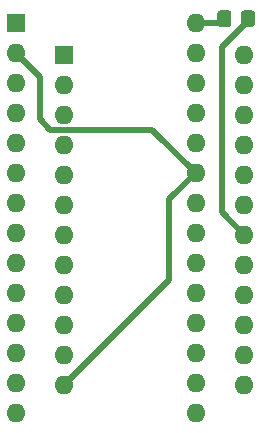
<source format=gtl>
G04 #@! TF.GenerationSoftware,KiCad,Pcbnew,5.1.12-84ad8e8a86~92~ubuntu20.04.1*
G04 #@! TF.CreationDate,2022-05-17T18:41:04-04:00*
G04 #@! TF.ProjectId,fm1608-to-6116,666d3136-3038-42d7-946f-2d363131362e,1.0*
G04 #@! TF.SameCoordinates,Original*
G04 #@! TF.FileFunction,Copper,L1,Top*
G04 #@! TF.FilePolarity,Positive*
%FSLAX46Y46*%
G04 Gerber Fmt 4.6, Leading zero omitted, Abs format (unit mm)*
G04 Created by KiCad (PCBNEW 5.1.12-84ad8e8a86~92~ubuntu20.04.1) date 2022-05-17 18:41:04*
%MOMM*%
%LPD*%
G01*
G04 APERTURE LIST*
G04 #@! TA.AperFunction,ComponentPad*
%ADD10O,1.600000X1.600000*%
G04 #@! TD*
G04 #@! TA.AperFunction,ComponentPad*
%ADD11R,1.600000X1.600000*%
G04 #@! TD*
G04 #@! TA.AperFunction,Conductor*
%ADD12C,0.500000*%
G04 #@! TD*
G04 APERTURE END LIST*
G04 #@! TA.AperFunction,SMDPad,CuDef*
G36*
G01*
X148609000Y-73665501D02*
X148609000Y-72765499D01*
G75*
G02*
X148858999Y-72515500I249999J0D01*
G01*
X149559001Y-72515500D01*
G75*
G02*
X149809000Y-72765499I0J-249999D01*
G01*
X149809000Y-73665501D01*
G75*
G02*
X149559001Y-73915500I-249999J0D01*
G01*
X148858999Y-73915500D01*
G75*
G02*
X148609000Y-73665501I0J249999D01*
G01*
G37*
G04 #@! TD.AperFunction*
G04 #@! TA.AperFunction,SMDPad,CuDef*
G36*
G01*
X146609000Y-73665501D02*
X146609000Y-72765499D01*
G75*
G02*
X146858999Y-72515500I249999J0D01*
G01*
X147559001Y-72515500D01*
G75*
G02*
X147809000Y-72765499I0J-249999D01*
G01*
X147809000Y-73665501D01*
G75*
G02*
X147559001Y-73915500I-249999J0D01*
G01*
X146858999Y-73915500D01*
G75*
G02*
X146609000Y-73665501I0J249999D01*
G01*
G37*
G04 #@! TD.AperFunction*
D10*
X144780000Y-73596500D03*
X129540000Y-106616500D03*
X144780000Y-76136500D03*
X129540000Y-104076500D03*
X144780000Y-78676500D03*
X129540000Y-101536500D03*
X144780000Y-81216500D03*
X129540000Y-98996500D03*
X144780000Y-83756500D03*
X129540000Y-96456500D03*
X144780000Y-86296500D03*
X129540000Y-93916500D03*
X144780000Y-88836500D03*
X129540000Y-91376500D03*
X144780000Y-91376500D03*
X129540000Y-88836500D03*
X144780000Y-93916500D03*
X129540000Y-86296500D03*
X144780000Y-96456500D03*
X129540000Y-83756500D03*
X144780000Y-98996500D03*
X129540000Y-81216500D03*
X144780000Y-101536500D03*
X129540000Y-78676500D03*
X144780000Y-104076500D03*
X129540000Y-76136500D03*
X144780000Y-106616500D03*
D11*
X129540000Y-73596500D03*
D10*
X148907500Y-76263500D03*
X133667500Y-104203500D03*
X148907500Y-78803500D03*
X133667500Y-101663500D03*
X148907500Y-81343500D03*
X133667500Y-99123500D03*
X148907500Y-83883500D03*
X133667500Y-96583500D03*
X148907500Y-86423500D03*
X133667500Y-94043500D03*
X148907500Y-88963500D03*
X133667500Y-91503500D03*
X148907500Y-91503500D03*
X133667500Y-88963500D03*
X148907500Y-94043500D03*
X133667500Y-86423500D03*
X148907500Y-96583500D03*
X133667500Y-83883500D03*
X148907500Y-99123500D03*
X133667500Y-81343500D03*
X148907500Y-101663500D03*
X133667500Y-78803500D03*
X148907500Y-104203500D03*
D11*
X133667500Y-76263500D03*
D12*
X129540000Y-76136500D02*
X131572000Y-78168500D01*
X131572000Y-78168500D02*
X131572000Y-81724500D01*
X141077001Y-82593501D02*
X144780000Y-86296500D01*
X132441001Y-82593501D02*
X141077001Y-82593501D01*
X131572000Y-81724500D02*
X132441001Y-82593501D01*
X133667500Y-104203500D02*
X142557500Y-95313500D01*
X142557500Y-88519000D02*
X144780000Y-86296500D01*
X142557500Y-95313500D02*
X142557500Y-88519000D01*
X146828000Y-73596500D02*
X147209000Y-73215500D01*
X144780000Y-73596500D02*
X146828000Y-73596500D01*
X149209000Y-73215500D02*
X149209000Y-73422000D01*
X149209000Y-73422000D02*
X147002500Y-75628500D01*
X147002500Y-89598500D02*
X148907500Y-91503500D01*
X147002500Y-75628500D02*
X147002500Y-89598500D01*
M02*

</source>
